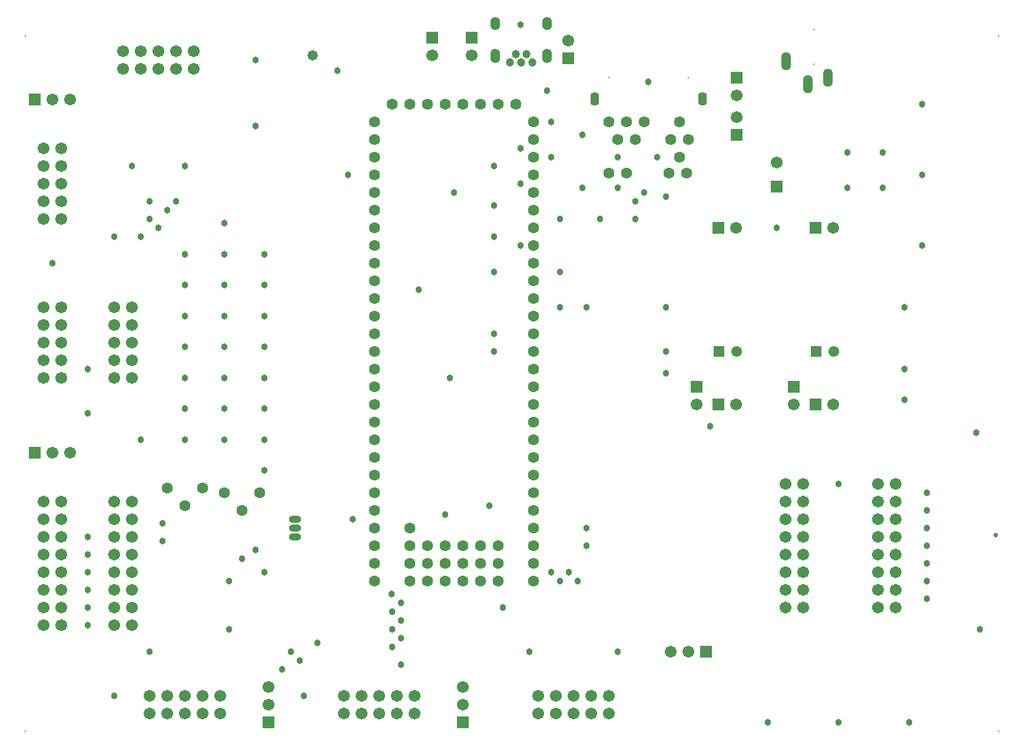
<source format=gbs>
%FSLAX43Y43*%
%MOMM*%
G71*
G01*
G75*
G04 Layer_Color=16711935*
%ADD10O,0.600X2.300*%
%ADD11O,2.500X0.700*%
%ADD12R,1.400X1.200*%
%ADD13R,1.300X1.500*%
%ADD14R,1.500X0.600*%
%ADD15R,1.200X1.400*%
%ADD16R,1.400X1.500*%
%ADD17R,1.500X1.300*%
G04:AMPARAMS|DCode=18|XSize=2.1mm|YSize=1.4mm|CornerRadius=0.14mm|HoleSize=0mm|Usage=FLASHONLY|Rotation=0.000|XOffset=0mm|YOffset=0mm|HoleType=Round|Shape=RoundedRectangle|*
%AMROUNDEDRECTD18*
21,1,2.100,1.120,0,0,0.0*
21,1,1.820,1.400,0,0,0.0*
1,1,0.280,0.910,-0.560*
1,1,0.280,-0.910,-0.560*
1,1,0.280,-0.910,0.560*
1,1,0.280,0.910,0.560*
%
%ADD18ROUNDEDRECTD18*%
%ADD19R,2.400X3.300*%
%ADD20R,2.400X1.000*%
G04:AMPARAMS|DCode=21|XSize=2.7mm|YSize=0.7mm|CornerRadius=0.14mm|HoleSize=0mm|Usage=FLASHONLY|Rotation=270.000|XOffset=0mm|YOffset=0mm|HoleType=Round|Shape=RoundedRectangle|*
%AMROUNDEDRECTD21*
21,1,2.700,0.420,0,0,270.0*
21,1,2.420,0.700,0,0,270.0*
1,1,0.280,-0.210,-1.210*
1,1,0.280,-0.210,1.210*
1,1,0.280,0.210,1.210*
1,1,0.280,0.210,-1.210*
%
%ADD21ROUNDEDRECTD21*%
G04:AMPARAMS|DCode=22|XSize=1.8mm|YSize=1.6mm|CornerRadius=0.16mm|HoleSize=0mm|Usage=FLASHONLY|Rotation=90.000|XOffset=0mm|YOffset=0mm|HoleType=Round|Shape=RoundedRectangle|*
%AMROUNDEDRECTD22*
21,1,1.800,1.280,0,0,90.0*
21,1,1.480,1.600,0,0,90.0*
1,1,0.320,0.640,0.740*
1,1,0.320,0.640,-0.740*
1,1,0.320,-0.640,-0.740*
1,1,0.320,-0.640,0.740*
%
%ADD22ROUNDEDRECTD22*%
%ADD23C,0.305*%
%ADD24C,1.270*%
%ADD25C,0.635*%
%ADD26C,0.508*%
%ADD27O,1.600X0.800*%
%ADD28C,1.000*%
G04:AMPARAMS|DCode=29|XSize=1.8mm|YSize=1.2mm|CornerRadius=0.48mm|HoleSize=0mm|Usage=FLASHONLY|Rotation=270.000|XOffset=0mm|YOffset=0mm|HoleType=Round|Shape=RoundedRectangle|*
%AMROUNDEDRECTD29*
21,1,1.800,0.240,0,0,270.0*
21,1,0.840,1.200,0,0,270.0*
1,1,0.960,-0.120,-0.420*
1,1,0.960,-0.120,0.420*
1,1,0.960,0.120,0.420*
1,1,0.960,0.120,-0.420*
%
%ADD29ROUNDEDRECTD29*%
G04:AMPARAMS|DCode=30|XSize=1.6mm|YSize=1.2mm|CornerRadius=0.48mm|HoleSize=0mm|Usage=FLASHONLY|Rotation=270.000|XOffset=0mm|YOffset=0mm|HoleType=Round|Shape=RoundedRectangle|*
%AMROUNDEDRECTD30*
21,1,1.600,0.240,0,0,270.0*
21,1,0.640,1.200,0,0,270.0*
1,1,0.960,-0.120,-0.320*
1,1,0.960,-0.120,0.320*
1,1,0.960,0.120,0.320*
1,1,0.960,0.120,-0.320*
%
%ADD30ROUNDEDRECTD30*%
%ADD31R,1.500X1.500*%
%ADD32C,1.500*%
%ADD33R,1.500X1.500*%
%ADD34C,1.400*%
%ADD35C,1.350*%
%ADD36R,1.350X1.350*%
G04:AMPARAMS|DCode=37|XSize=1.6mm|YSize=1mm|CornerRadius=0.25mm|HoleSize=0mm|Usage=FLASHONLY|Rotation=270.000|XOffset=0mm|YOffset=0mm|HoleType=Round|Shape=RoundedRectangle|*
%AMROUNDEDRECTD37*
21,1,1.600,0.500,0,0,270.0*
21,1,1.100,1.000,0,0,270.0*
1,1,0.500,-0.250,-0.550*
1,1,0.500,-0.250,0.550*
1,1,0.500,0.250,0.550*
1,1,0.500,0.250,-0.550*
%
%ADD37ROUNDEDRECTD37*%
%ADD38C,1.500*%
%ADD39R,1.500X1.500*%
G04:AMPARAMS|DCode=40|XSize=2.4mm|YSize=1.2mm|CornerRadius=0.54mm|HoleSize=0mm|Usage=FLASHONLY|Rotation=270.000|XOffset=0mm|YOffset=0mm|HoleType=Round|Shape=RoundedRectangle|*
%AMROUNDEDRECTD40*
21,1,2.400,0.120,0,0,270.0*
21,1,1.320,1.200,0,0,270.0*
1,1,1.080,-0.060,-0.660*
1,1,1.080,-0.060,0.660*
1,1,1.080,0.060,0.660*
1,1,1.080,0.060,-0.660*
%
%ADD40ROUNDEDRECTD40*%
%ADD41C,0.762*%
%ADD42C,0.457*%
%ADD43C,1.270*%
%ADD44C,0.200*%
%ADD45C,0.250*%
%ADD46C,0.600*%
%ADD47C,0.100*%
%ADD48C,0.102*%
%ADD49C,0.203*%
%ADD50O,0.803X2.503*%
%ADD51O,2.703X0.903*%
%ADD52R,1.603X1.403*%
%ADD53R,1.503X1.703*%
%ADD54R,1.703X0.803*%
%ADD55R,1.403X1.603*%
%ADD56R,1.603X1.703*%
%ADD57R,1.703X1.503*%
G04:AMPARAMS|DCode=58|XSize=2.303mm|YSize=1.603mm|CornerRadius=0.242mm|HoleSize=0mm|Usage=FLASHONLY|Rotation=0.000|XOffset=0mm|YOffset=0mm|HoleType=Round|Shape=RoundedRectangle|*
%AMROUNDEDRECTD58*
21,1,2.303,1.120,0,0,0.0*
21,1,1.820,1.603,0,0,0.0*
1,1,0.483,0.910,-0.560*
1,1,0.483,-0.910,-0.560*
1,1,0.483,-0.910,0.560*
1,1,0.483,0.910,0.560*
%
%ADD58ROUNDEDRECTD58*%
%ADD59R,2.603X3.503*%
%ADD60R,2.603X1.203*%
G04:AMPARAMS|DCode=61|XSize=2.903mm|YSize=0.903mm|CornerRadius=0.242mm|HoleSize=0mm|Usage=FLASHONLY|Rotation=270.000|XOffset=0mm|YOffset=0mm|HoleType=Round|Shape=RoundedRectangle|*
%AMROUNDEDRECTD61*
21,1,2.903,0.420,0,0,270.0*
21,1,2.420,0.903,0,0,270.0*
1,1,0.483,-0.210,-1.210*
1,1,0.483,-0.210,1.210*
1,1,0.483,0.210,1.210*
1,1,0.483,0.210,-1.210*
%
%ADD61ROUNDEDRECTD61*%
G04:AMPARAMS|DCode=62|XSize=2.003mm|YSize=1.803mm|CornerRadius=0.262mm|HoleSize=0mm|Usage=FLASHONLY|Rotation=90.000|XOffset=0mm|YOffset=0mm|HoleType=Round|Shape=RoundedRectangle|*
%AMROUNDEDRECTD62*
21,1,2.003,1.280,0,0,90.0*
21,1,1.480,1.803,0,0,90.0*
1,1,0.523,0.640,0.740*
1,1,0.523,0.640,-0.740*
1,1,0.523,-0.640,-0.740*
1,1,0.523,-0.640,0.740*
%
%ADD62ROUNDEDRECTD62*%
%ADD63O,1.803X1.003*%
%ADD64C,1.203*%
G04:AMPARAMS|DCode=65|XSize=2.003mm|YSize=1.403mm|CornerRadius=0.582mm|HoleSize=0mm|Usage=FLASHONLY|Rotation=270.000|XOffset=0mm|YOffset=0mm|HoleType=Round|Shape=RoundedRectangle|*
%AMROUNDEDRECTD65*
21,1,2.003,0.240,0,0,270.0*
21,1,0.840,1.403,0,0,270.0*
1,1,1.163,-0.120,-0.420*
1,1,1.163,-0.120,0.420*
1,1,1.163,0.120,0.420*
1,1,1.163,0.120,-0.420*
%
%ADD65ROUNDEDRECTD65*%
G04:AMPARAMS|DCode=66|XSize=1.803mm|YSize=1.403mm|CornerRadius=0.582mm|HoleSize=0mm|Usage=FLASHONLY|Rotation=270.000|XOffset=0mm|YOffset=0mm|HoleType=Round|Shape=RoundedRectangle|*
%AMROUNDEDRECTD66*
21,1,1.803,0.240,0,0,270.0*
21,1,0.640,1.403,0,0,270.0*
1,1,1.163,-0.120,-0.320*
1,1,1.163,-0.120,0.320*
1,1,1.163,0.120,0.320*
1,1,1.163,0.120,-0.320*
%
%ADD66ROUNDEDRECTD66*%
%ADD67C,0.203*%
%ADD68R,1.703X1.703*%
%ADD69C,1.703*%
%ADD70R,1.703X1.703*%
%ADD71C,1.603*%
%ADD72C,1.553*%
%ADD73R,1.553X1.553*%
G04:AMPARAMS|DCode=74|XSize=1.803mm|YSize=1.203mm|CornerRadius=0.352mm|HoleSize=0mm|Usage=FLASHONLY|Rotation=270.000|XOffset=0mm|YOffset=0mm|HoleType=Round|Shape=RoundedRectangle|*
%AMROUNDEDRECTD74*
21,1,1.803,0.500,0,0,270.0*
21,1,1.100,1.203,0,0,270.0*
1,1,0.703,-0.250,-0.550*
1,1,0.703,-0.250,0.550*
1,1,0.703,0.250,0.550*
1,1,0.703,0.250,-0.550*
%
%ADD74ROUNDEDRECTD74*%
G04:AMPARAMS|DCode=75|XSize=0.203mm|YSize=0.203mm|CornerRadius=0mm|HoleSize=0mm|Usage=FLASHONLY|Rotation=90.000|XOffset=0mm|YOffset=0mm|HoleType=Round|Shape=RoundedRectangle|*
%AMROUNDEDRECTD75*
21,1,0.203,0.203,0,0,90.0*
21,1,0.203,0.203,0,0,90.0*
1,1,0.000,0.102,0.102*
1,1,0.000,0.102,-0.102*
1,1,0.000,-0.102,-0.102*
1,1,0.000,-0.102,0.102*
%
%ADD75ROUNDEDRECTD75*%
%ADD76C,1.703*%
%ADD77R,1.703X1.703*%
G04:AMPARAMS|DCode=78|XSize=2.603mm|YSize=1.403mm|CornerRadius=0.642mm|HoleSize=0mm|Usage=FLASHONLY|Rotation=270.000|XOffset=0mm|YOffset=0mm|HoleType=Round|Shape=RoundedRectangle|*
%AMROUNDEDRECTD78*
21,1,2.603,0.120,0,0,270.0*
21,1,1.320,1.403,0,0,270.0*
1,1,1.283,-0.060,-0.660*
1,1,1.283,-0.060,0.660*
1,1,1.283,0.060,0.660*
1,1,1.283,0.060,-0.660*
%
%ADD78ROUNDEDRECTD78*%
%ADD79C,0.965*%
%ADD80C,0.660*%
%ADD81C,1.473*%
D63*
X43815Y33020D02*
D03*
Y34290D02*
D03*
Y35560D02*
D03*
D64*
X77927Y101219D02*
D03*
X77127Y102419D02*
D03*
X76327Y101219D02*
D03*
X75527Y102419D02*
D03*
X74727Y101219D02*
D03*
D65*
X72602Y102119D02*
D03*
X80052D02*
D03*
D66*
X72602Y106769D02*
D03*
X80052D02*
D03*
D67*
X145000Y5000D02*
D03*
Y105000D02*
D03*
X5000D02*
D03*
Y5000D02*
D03*
X118430Y106000D02*
D03*
Y101000D02*
D03*
D68*
X40005Y6350D02*
D03*
X67945D02*
D03*
X101520Y54610D02*
D03*
X115490D02*
D03*
X107315Y99060D02*
D03*
Y90805D02*
D03*
X83058Y101854D02*
D03*
X69215Y104775D02*
D03*
X63500D02*
D03*
D69*
X40005Y8890D02*
D03*
Y11430D02*
D03*
X67945Y8890D02*
D03*
Y11430D02*
D03*
X107235Y77470D02*
D03*
X101520Y52070D02*
D03*
X121205Y77470D02*
D03*
X115490Y52070D02*
D03*
X100330Y16510D02*
D03*
X97790D02*
D03*
X8890Y45085D02*
D03*
X11430D02*
D03*
X29210Y100330D02*
D03*
X26670D02*
D03*
X24130D02*
D03*
X21590D02*
D03*
X19050D02*
D03*
X29210Y102870D02*
D03*
X26670D02*
D03*
X24130D02*
D03*
X21590D02*
D03*
X19050D02*
D03*
X7620Y78740D02*
D03*
Y81280D02*
D03*
Y83820D02*
D03*
Y86360D02*
D03*
Y88900D02*
D03*
X10160Y78740D02*
D03*
Y81280D02*
D03*
Y83820D02*
D03*
Y86360D02*
D03*
Y88900D02*
D03*
X7620Y66040D02*
D03*
X10160D02*
D03*
X7620Y63500D02*
D03*
X10160D02*
D03*
X7620Y60960D02*
D03*
X10160D02*
D03*
X7620Y58420D02*
D03*
X10160D02*
D03*
X7620Y55880D02*
D03*
X10160D02*
D03*
X22860Y7620D02*
D03*
Y10160D02*
D03*
X25400Y7620D02*
D03*
Y10160D02*
D03*
X27940Y7620D02*
D03*
Y10160D02*
D03*
X30480Y7620D02*
D03*
Y10160D02*
D03*
X33020Y7620D02*
D03*
Y10160D02*
D03*
X17780Y66040D02*
D03*
X20320D02*
D03*
X17780Y63500D02*
D03*
X20320D02*
D03*
X17780Y60960D02*
D03*
X20320D02*
D03*
X17780Y58420D02*
D03*
X20320D02*
D03*
X17780Y55880D02*
D03*
X20320D02*
D03*
X50800Y7620D02*
D03*
Y10160D02*
D03*
X53340Y7620D02*
D03*
Y10160D02*
D03*
X55880Y7620D02*
D03*
Y10160D02*
D03*
X58420Y7620D02*
D03*
Y10160D02*
D03*
X60960Y7620D02*
D03*
Y10160D02*
D03*
X121205Y52070D02*
D03*
X17780Y30480D02*
D03*
X20320D02*
D03*
X17780Y27940D02*
D03*
X20320D02*
D03*
X17780Y25400D02*
D03*
X20320D02*
D03*
X17780Y22860D02*
D03*
X20320D02*
D03*
X17780Y20320D02*
D03*
X20320D02*
D03*
Y33020D02*
D03*
X17780D02*
D03*
X20320Y35560D02*
D03*
X17780D02*
D03*
Y38100D02*
D03*
X20320D02*
D03*
X116855Y30480D02*
D03*
X114315D02*
D03*
X116855Y33020D02*
D03*
X114315D02*
D03*
X116855Y35560D02*
D03*
X114315D02*
D03*
X116855Y38100D02*
D03*
X114315D02*
D03*
X116855Y40640D02*
D03*
X114315D02*
D03*
Y27940D02*
D03*
X116855D02*
D03*
X114315Y25400D02*
D03*
X116855D02*
D03*
Y22860D02*
D03*
X114315D02*
D03*
X7620Y30480D02*
D03*
X10160D02*
D03*
X7620Y27940D02*
D03*
X10160D02*
D03*
X7620Y25400D02*
D03*
X10160D02*
D03*
X7620Y22860D02*
D03*
X10160D02*
D03*
X7620Y20320D02*
D03*
X10160D02*
D03*
Y33020D02*
D03*
X7620D02*
D03*
X10160Y35560D02*
D03*
X7620D02*
D03*
Y38100D02*
D03*
X10160D02*
D03*
X107315Y96520D02*
D03*
Y93345D02*
D03*
X83058Y104394D02*
D03*
X69215Y102235D02*
D03*
X63500D02*
D03*
X8890Y95885D02*
D03*
X11430D02*
D03*
X88900Y10160D02*
D03*
Y7620D02*
D03*
X86360Y10160D02*
D03*
Y7620D02*
D03*
X83820Y10160D02*
D03*
Y7620D02*
D03*
X81280Y10160D02*
D03*
Y7620D02*
D03*
X78740Y10160D02*
D03*
Y7620D02*
D03*
X107235Y52070D02*
D03*
X130190Y30480D02*
D03*
X127650D02*
D03*
X130190Y33020D02*
D03*
X127650D02*
D03*
X130190Y35560D02*
D03*
X127650D02*
D03*
X130190Y38100D02*
D03*
X127650D02*
D03*
X130190Y40640D02*
D03*
X127650D02*
D03*
Y27940D02*
D03*
X130190D02*
D03*
X127650Y25400D02*
D03*
X130190D02*
D03*
Y22860D02*
D03*
X127650D02*
D03*
D70*
X104695Y77470D02*
D03*
X118665D02*
D03*
X102870Y16510D02*
D03*
X6350Y45085D02*
D03*
X118665Y52070D02*
D03*
X6350Y95885D02*
D03*
X104695Y52070D02*
D03*
D71*
X38735Y39370D02*
D03*
X36195Y36830D02*
D03*
X33655Y39370D02*
D03*
X97536Y85344D02*
D03*
X100076D02*
D03*
X91440D02*
D03*
X88900D02*
D03*
X99060Y87630D02*
D03*
X100330Y90170D02*
D03*
X99060Y92710D02*
D03*
X97790Y90170D02*
D03*
X93980Y92710D02*
D03*
X92710Y90170D02*
D03*
X91440Y92710D02*
D03*
X90170Y90170D02*
D03*
X88900Y92710D02*
D03*
X57785Y95250D02*
D03*
X60325D02*
D03*
X62865D02*
D03*
X65405D02*
D03*
X67945D02*
D03*
X70485D02*
D03*
X73025D02*
D03*
X75565D02*
D03*
X60325Y34290D02*
D03*
Y31750D02*
D03*
Y29210D02*
D03*
Y26670D02*
D03*
X62865Y31750D02*
D03*
Y29210D02*
D03*
Y26670D02*
D03*
X65405Y31750D02*
D03*
Y29210D02*
D03*
Y26670D02*
D03*
X67945Y31750D02*
D03*
Y29210D02*
D03*
Y26670D02*
D03*
X70485Y31750D02*
D03*
Y29210D02*
D03*
Y26670D02*
D03*
X73025Y31750D02*
D03*
Y29210D02*
D03*
Y26670D02*
D03*
X78105D02*
D03*
Y29210D02*
D03*
Y31750D02*
D03*
Y34290D02*
D03*
Y36830D02*
D03*
Y39370D02*
D03*
Y41910D02*
D03*
Y44450D02*
D03*
Y46990D02*
D03*
Y49530D02*
D03*
Y52070D02*
D03*
Y54610D02*
D03*
Y57150D02*
D03*
Y59690D02*
D03*
Y62230D02*
D03*
Y64770D02*
D03*
Y67310D02*
D03*
Y69850D02*
D03*
Y72390D02*
D03*
Y74930D02*
D03*
Y77470D02*
D03*
Y80010D02*
D03*
Y82550D02*
D03*
Y85090D02*
D03*
Y87630D02*
D03*
Y90170D02*
D03*
Y92710D02*
D03*
X55245Y26670D02*
D03*
Y29210D02*
D03*
Y31750D02*
D03*
Y36830D02*
D03*
Y34290D02*
D03*
Y39370D02*
D03*
Y41910D02*
D03*
Y44450D02*
D03*
Y46990D02*
D03*
Y49530D02*
D03*
Y52070D02*
D03*
Y54610D02*
D03*
Y57150D02*
D03*
Y59690D02*
D03*
Y62230D02*
D03*
Y64770D02*
D03*
Y67310D02*
D03*
Y69850D02*
D03*
Y72390D02*
D03*
Y74930D02*
D03*
Y77470D02*
D03*
Y80010D02*
D03*
Y82550D02*
D03*
Y85090D02*
D03*
Y87630D02*
D03*
Y90170D02*
D03*
Y92710D02*
D03*
X30480Y40005D02*
D03*
X27940Y37465D02*
D03*
X25400Y40005D02*
D03*
D72*
X121265Y59690D02*
D03*
X107295D02*
D03*
D73*
X118765D02*
D03*
X104795D02*
D03*
D74*
X102362Y96012D02*
D03*
X86868D02*
D03*
D75*
X88900Y99060D02*
D03*
X100330D02*
D03*
D76*
X113030Y86840D02*
D03*
D77*
Y83340D02*
D03*
D78*
X117530Y98100D02*
D03*
X114430Y101400D02*
D03*
X120430Y99000D02*
D03*
D79*
X97155Y59690D02*
D03*
X141732Y48006D02*
D03*
X103505Y48895D02*
D03*
X121920Y40640D02*
D03*
X72390Y59690D02*
D03*
Y62230D02*
D03*
X22860Y16510D02*
D03*
X142240Y19685D02*
D03*
X81915Y66040D02*
D03*
X61595Y68580D02*
D03*
X51435Y85090D02*
D03*
X85725Y31750D02*
D03*
X39370Y27940D02*
D03*
X90170Y16510D02*
D03*
X77470D02*
D03*
X21590Y76200D02*
D03*
X17780D02*
D03*
X21590Y46990D02*
D03*
X13970Y50800D02*
D03*
Y57150D02*
D03*
X111760Y6350D02*
D03*
X132080D02*
D03*
X121920D02*
D03*
X97155Y56515D02*
D03*
Y66040D02*
D03*
X8890Y72390D02*
D03*
X38100Y92075D02*
D03*
X65405Y36195D02*
D03*
X66040Y55880D02*
D03*
X27940D02*
D03*
Y46990D02*
D03*
Y51435D02*
D03*
Y60325D02*
D03*
Y64770D02*
D03*
Y69215D02*
D03*
Y73660D02*
D03*
X39370Y42545D02*
D03*
Y46990D02*
D03*
Y51435D02*
D03*
Y55880D02*
D03*
Y60325D02*
D03*
Y64770D02*
D03*
Y69215D02*
D03*
Y73660D02*
D03*
X36195Y29845D02*
D03*
X38100Y31115D02*
D03*
X134620Y39370D02*
D03*
Y24130D02*
D03*
Y26670D02*
D03*
Y29210D02*
D03*
Y31750D02*
D03*
Y34290D02*
D03*
Y36830D02*
D03*
X24765Y34925D02*
D03*
Y32385D02*
D03*
X71755Y37465D02*
D03*
X85725Y34290D02*
D03*
X22860Y78740D02*
D03*
X33655Y46990D02*
D03*
Y51435D02*
D03*
Y55880D02*
D03*
Y60325D02*
D03*
Y64770D02*
D03*
Y69215D02*
D03*
Y73660D02*
D03*
Y78105D02*
D03*
X24130Y77470D02*
D03*
X26670Y81280D02*
D03*
X52070Y35560D02*
D03*
X59055Y14605D02*
D03*
X73660Y22860D02*
D03*
X59055Y18415D02*
D03*
Y20955D02*
D03*
X57785Y22225D02*
D03*
Y17145D02*
D03*
X44450Y15240D02*
D03*
X43180Y16510D02*
D03*
X41910Y13970D02*
D03*
X84455Y26670D02*
D03*
X83185Y27940D02*
D03*
X81915Y26670D02*
D03*
X22860Y81280D02*
D03*
X25400Y80010D02*
D03*
X20320Y86360D02*
D03*
X46990Y17780D02*
D03*
X85725Y66040D02*
D03*
X131445Y52705D02*
D03*
X57705Y24765D02*
D03*
X133985Y85090D02*
D03*
Y95250D02*
D03*
X131445Y57150D02*
D03*
X133985Y74930D02*
D03*
X131445Y66040D02*
D03*
X59055Y23495D02*
D03*
X80645Y92710D02*
D03*
X66675Y82550D02*
D03*
X57785Y19685D02*
D03*
X80645Y27940D02*
D03*
X93980Y82550D02*
D03*
X92710Y81280D02*
D03*
X27940Y86360D02*
D03*
X80010Y97155D02*
D03*
X85090Y90805D02*
D03*
X94615Y98425D02*
D03*
X85090Y83185D02*
D03*
X90170D02*
D03*
X81915Y78740D02*
D03*
X92710D02*
D03*
X123190Y83185D02*
D03*
X97155Y81915D02*
D03*
X95885Y87630D02*
D03*
X90170D02*
D03*
X81915Y71120D02*
D03*
X76200Y88900D02*
D03*
X72390Y80645D02*
D03*
X76200Y74930D02*
D03*
X72390Y76200D02*
D03*
Y71120D02*
D03*
X80645Y87630D02*
D03*
X76200Y83820D02*
D03*
X72390Y86360D02*
D03*
X76200Y106680D02*
D03*
X49911Y100076D02*
D03*
X38100Y101600D02*
D03*
X13970Y27940D02*
D03*
Y25400D02*
D03*
Y22860D02*
D03*
Y20320D02*
D03*
X34290Y26670D02*
D03*
Y19685D02*
D03*
X87630Y78740D02*
D03*
X45085Y10160D02*
D03*
X17780D02*
D03*
X123190Y88265D02*
D03*
X128270D02*
D03*
Y83185D02*
D03*
X113030Y77470D02*
D03*
X13970Y30480D02*
D03*
Y33020D02*
D03*
D80*
X144526Y33274D02*
D03*
D81*
X46355Y102235D02*
D03*
M02*

</source>
